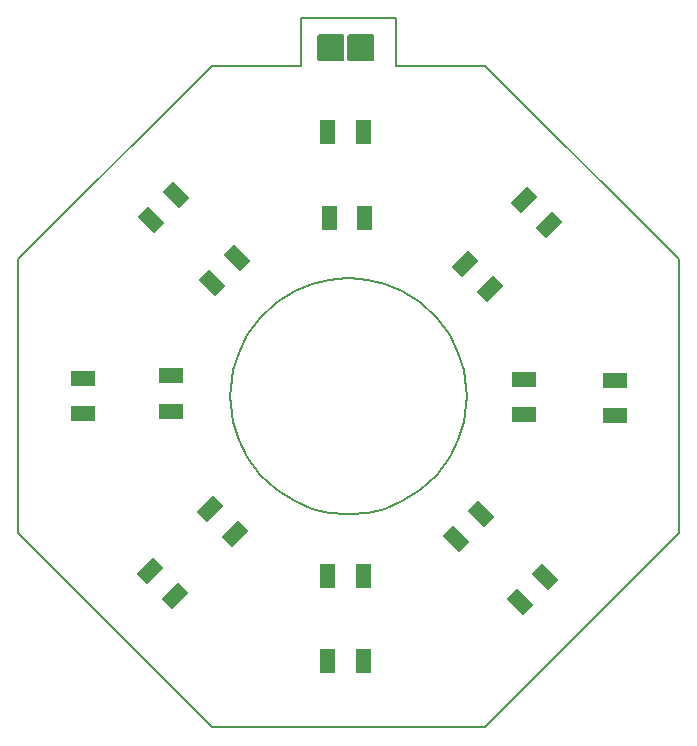
<source format=gbr>
G04 PROTEUS RS274X GERBER FILE*
%FSLAX45Y45*%
%MOMM*%
G01*
%AMPPAD009*
4,1,36,
-1.016000,1.143000,
1.016000,1.143000,
1.041970,1.140470,
1.065980,1.133200,
1.087580,1.121650,
1.106290,1.106290,
1.121650,1.087570,
1.133200,1.065980,
1.140470,1.041970,
1.143000,1.016000,
1.143000,-1.016000,
1.140470,-1.041970,
1.133200,-1.065980,
1.121650,-1.087570,
1.106290,-1.106290,
1.087580,-1.121650,
1.065980,-1.133200,
1.041970,-1.140470,
1.016000,-1.143000,
-1.016000,-1.143000,
-1.041970,-1.140470,
-1.065980,-1.133200,
-1.087580,-1.121650,
-1.106290,-1.106290,
-1.121650,-1.087570,
-1.133200,-1.065980,
-1.140470,-1.041970,
-1.143000,-1.016000,
-1.143000,1.016000,
-1.140470,1.041970,
-1.133200,1.065980,
-1.121650,1.087570,
-1.106290,1.106290,
-1.087580,1.121650,
-1.065980,1.133200,
-1.041970,1.140470,
-1.016000,1.143000,
0*%
%ADD19PPAD009*%
%AMPPAD002*
4,1,4,
-1.167430,0.269410,
-0.269410,1.167430,
1.167430,-0.269410,
0.269410,-1.167430,
-1.167430,0.269410,
0*%
%ADD12PPAD002*%
%AMPPAD010*
4,1,4,
-1.016000,-0.635000,
-1.016000,0.635000,
1.016000,0.635000,
1.016000,-0.635000,
-1.016000,-0.635000,
0*%
%ADD70PPAD010*%
%AMPPAD004*
4,1,4,
-0.269410,-1.167430,
-1.167430,-0.269410,
0.269410,1.167430,
1.167430,0.269410,
-0.269410,-1.167430,
0*%
%ADD14PPAD004*%
%AMPPAD011*
4,1,4,
0.635000,-1.016000,
-0.635000,-1.016000,
-0.635000,1.016000,
0.635000,1.016000,
0.635000,-1.016000,
0*%
%ADD71PPAD011*%
%ADD16C,0.203200*%
D19*
X-150000Y+2950000D03*
X+104000Y+2950000D03*
D12*
X-1457868Y+1702132D03*
X-1670000Y+1490000D03*
D70*
X-2250000Y+150000D03*
X-2250000Y-150000D03*
D14*
X-1682132Y-1477868D03*
X-1470000Y-1690000D03*
D71*
X-170000Y-2240000D03*
X+130000Y-2240000D03*
D12*
X-947868Y+1172132D03*
X-1160000Y+960000D03*
D70*
X-1500000Y+170000D03*
X-1500000Y-130000D03*
D14*
X-1172132Y-957868D03*
X-960000Y-1170000D03*
D71*
X-170000Y-1520000D03*
X+130000Y-1520000D03*
X-170000Y+2240000D03*
X+130000Y+2240000D03*
X-160000Y+1510000D03*
X+140000Y+1510000D03*
D14*
X+1487868Y+1662132D03*
X+1700000Y+1450000D03*
X+987868Y+1122132D03*
X+1200000Y+910000D03*
D70*
X+2260000Y+130000D03*
X+2260000Y-170000D03*
X+1490000Y+140000D03*
X+1490000Y-160000D03*
D12*
X+1122132Y-997868D03*
X+910000Y-1210000D03*
X+1662132Y-1527868D03*
X+1450000Y-1740000D03*
D16*
X+2800000Y+1159798D02*
X+1159798Y+2800000D01*
X+400000Y+2800000D01*
X+400000Y+3200000D01*
X-400000Y+3200000D01*
X-400000Y+2800000D01*
X-1159798Y+2800000D01*
X-2800000Y+1159798D01*
X-2800000Y-1159798D01*
X-1159798Y-2800000D01*
X+1159798Y-2800000D01*
X+2800000Y-1159798D01*
X+2800000Y+1159798D01*
X+1000000Y+0D02*
X+997283Y+73665D01*
X+975275Y+220996D01*
X+929696Y+368327D01*
X+856795Y+515658D01*
X+748629Y+662989D01*
X+603894Y+797065D01*
X+456563Y+889691D01*
X+309232Y+950987D01*
X+161901Y+986807D01*
X+14570Y+999894D01*
X+0Y+1000000D01*
X-1000000Y+0D02*
X-997283Y+73665D01*
X-975275Y+220996D01*
X-929696Y+368327D01*
X-856795Y+515658D01*
X-748629Y+662989D01*
X-603894Y+797065D01*
X-456563Y+889691D01*
X-309232Y+950987D01*
X-161901Y+986807D01*
X-14570Y+999894D01*
X+0Y+1000000D01*
X-1000000Y+0D02*
X-997283Y-73665D01*
X-975275Y-220996D01*
X-929696Y-368327D01*
X-856795Y-515658D01*
X-748629Y-662989D01*
X-603894Y-797065D01*
X-456563Y-889691D01*
X-309232Y-950987D01*
X-161901Y-986807D01*
X-14570Y-999894D01*
X+0Y-1000000D01*
X+1000000Y+0D02*
X+997283Y-73665D01*
X+975275Y-220996D01*
X+929696Y-368327D01*
X+856795Y-515658D01*
X+748629Y-662989D01*
X+603894Y-797065D01*
X+456563Y-889691D01*
X+309232Y-950987D01*
X+161901Y-986807D01*
X+14570Y-999894D01*
X+0Y-1000000D01*
M02*

</source>
